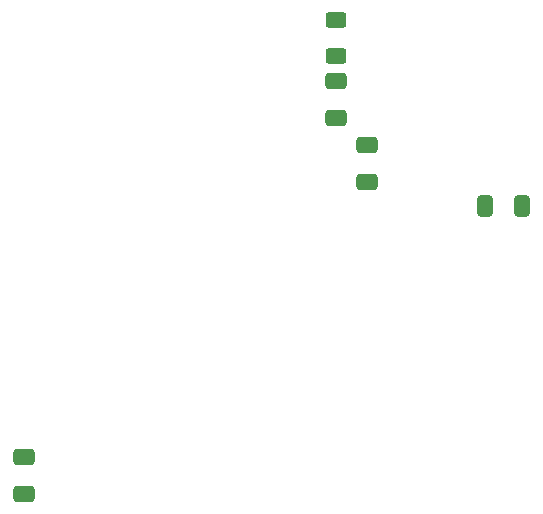
<source format=gbr>
%TF.GenerationSoftware,KiCad,Pcbnew,(7.0.0)*%
%TF.CreationDate,2024-10-30T08:51:02+03:30*%
%TF.ProjectId,tester supply,74657374-6572-4207-9375-70706c792e6b,rev?*%
%TF.SameCoordinates,Original*%
%TF.FileFunction,Paste,Bot*%
%TF.FilePolarity,Positive*%
%FSLAX46Y46*%
G04 Gerber Fmt 4.6, Leading zero omitted, Abs format (unit mm)*
G04 Created by KiCad (PCBNEW (7.0.0)) date 2024-10-30 08:51:02*
%MOMM*%
%LPD*%
G01*
G04 APERTURE LIST*
G04 Aperture macros list*
%AMRoundRect*
0 Rectangle with rounded corners*
0 $1 Rounding radius*
0 $2 $3 $4 $5 $6 $7 $8 $9 X,Y pos of 4 corners*
0 Add a 4 corners polygon primitive as box body*
4,1,4,$2,$3,$4,$5,$6,$7,$8,$9,$2,$3,0*
0 Add four circle primitives for the rounded corners*
1,1,$1+$1,$2,$3*
1,1,$1+$1,$4,$5*
1,1,$1+$1,$6,$7*
1,1,$1+$1,$8,$9*
0 Add four rect primitives between the rounded corners*
20,1,$1+$1,$2,$3,$4,$5,0*
20,1,$1+$1,$4,$5,$6,$7,0*
20,1,$1+$1,$6,$7,$8,$9,0*
20,1,$1+$1,$8,$9,$2,$3,0*%
G04 Aperture macros list end*
%ADD10RoundRect,0.250000X0.650000X-0.412500X0.650000X0.412500X-0.650000X0.412500X-0.650000X-0.412500X0*%
%ADD11RoundRect,0.250000X-0.412500X-0.650000X0.412500X-0.650000X0.412500X0.650000X-0.412500X0.650000X0*%
%ADD12RoundRect,0.250000X0.625000X-0.400000X0.625000X0.400000X-0.625000X0.400000X-0.625000X-0.400000X0*%
%ADD13RoundRect,0.250000X-0.650000X0.412500X-0.650000X-0.412500X0.650000X-0.412500X0.650000X0.412500X0*%
G04 APERTURE END LIST*
D10*
%TO.C,C7*%
X221150000Y-38710000D03*
X221150000Y-35585000D03*
%TD*%
D11*
%TO.C,C45*%
X233797500Y-46140000D03*
X236922500Y-46140000D03*
%TD*%
D12*
%TO.C,R5*%
X221150000Y-33497500D03*
X221150000Y-30397500D03*
%TD*%
D13*
%TO.C,C8*%
X223750000Y-40985000D03*
X223750000Y-44110000D03*
%TD*%
%TO.C,C46*%
X194710000Y-67425000D03*
X194710000Y-70550000D03*
%TD*%
M02*

</source>
